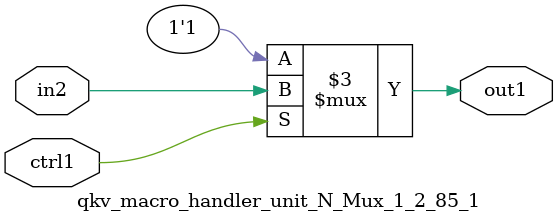
<source format=v>

`timescale 1ps / 1ps


module qkv_macro_handler_unit_N_Mux_1_2_85_1( in2, ctrl1, out1 );

    input in2;
    input ctrl1;
    output out1;
    reg out1;

    
    // rtl_process:qkv_macro_handler_unit_N_Mux_1_2_85_1/qkv_macro_handler_unit_N_Mux_1_2_85_1_thread_1
    always @*
      begin : qkv_macro_handler_unit_N_Mux_1_2_85_1_thread_1
        case (ctrl1) 
          1'b1: 
            begin
              out1 = in2;
            end
          default: 
            begin
              out1 = 1'b1;
            end
        endcase
      end

endmodule



</source>
